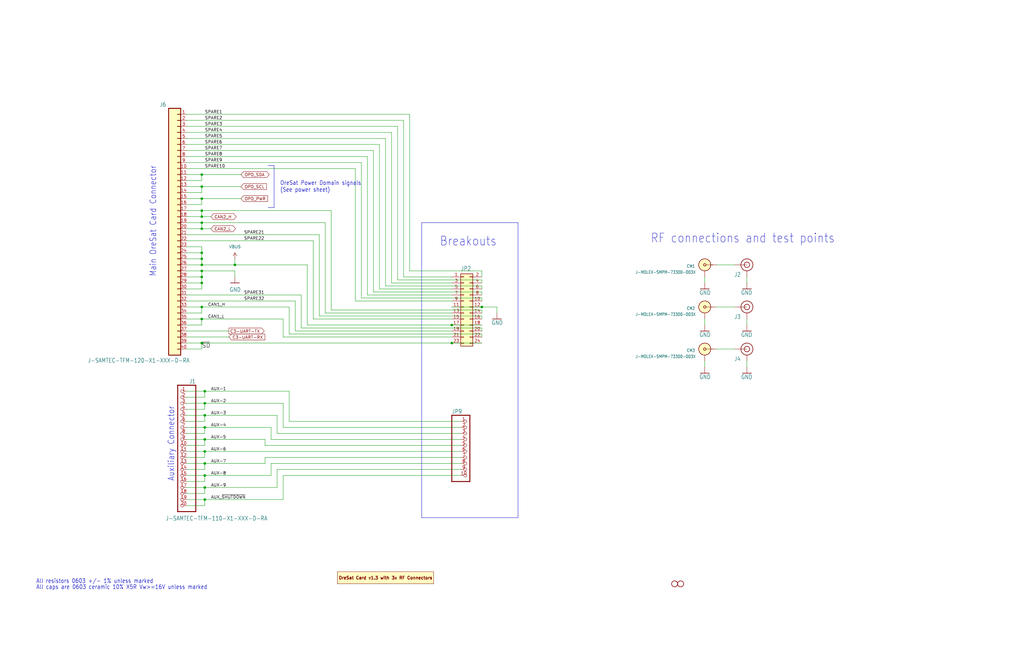
<source format=kicad_sch>
(kicad_sch (version 20230121) (generator eeschema)
  (paper "USLedger")
  (title_block (title "OreSat M0 Proto Card: Connectors") (date "2024-03-21") (rev "5.0"))
  (lib_symbols
    (symbol "Connector_Generic:Conn_02x12_Odd_Even" (pin_names (offset 1.016) hide)
      (property "Reference" "J" (at 1.27 15.24 0))
      (property "Value" "Conn_02x12_Odd_Even" (at 1.27 -17.78 0))
      (symbol "Conn_02x12_Odd_Even_1_1"
        (rectangle (start -1.27 -15.113) (end 0 -15.367) (stroke (width 0.1524)))
        (rectangle (start -1.27 -12.573) (end 0 -12.827) (stroke (width 0.1524)))
        (rectangle (start -1.27 -10.033) (end 0 -10.287) (stroke (width 0.1524)))
        (rectangle (start -1.27 -7.493) (end 0 -7.747) (stroke (width 0.1524)))
        (rectangle (start -1.27 -4.953) (end 0 -5.207) (stroke (width 0.1524)))
        (rectangle (start -1.27 -2.413) (end 0 -2.667) (stroke (width 0.1524)))
        (rectangle (start -1.27 0.127) (end 0 -0.127) (stroke (width 0.1524)))
        (rectangle (start -1.27 2.667) (end 0 2.413) (stroke (width 0.1524)))
        (rectangle (start -1.27 5.207) (end 0 4.953) (stroke (width 0.1524)))
        (rectangle (start -1.27 7.747) (end 0 7.493) (stroke (width 0.1524)))
        (rectangle (start -1.27 10.287) (end 0 10.033) (stroke (width 0.1524)))
        (rectangle (start -1.27 12.827) (end 0 12.573) (stroke (width 0.1524)))
        (rectangle (start -1.27 13.97) (end 3.81 -16.51) (stroke (width 0.254)) (fill (type background)))
        (rectangle (start 3.81 -15.113) (end 2.54 -15.367) (stroke (width 0.1524)))
        (rectangle (start 3.81 -12.573) (end 2.54 -12.827) (stroke (width 0.1524)))
        (rectangle (start 3.81 -10.033) (end 2.54 -10.287) (stroke (width 0.1524)))
        (rectangle (start 3.81 -7.493) (end 2.54 -7.747) (stroke (width 0.1524)))
        (rectangle (start 3.81 -4.953) (end 2.54 -5.207) (stroke (width 0.1524)))
        (rectangle (start 3.81 -2.413) (end 2.54 -2.667) (stroke (width 0.1524)))
        (rectangle (start 3.81 0.127) (end 2.54 -0.127) (stroke (width 0.1524)))
        (rectangle (start 3.81 2.667) (end 2.54 2.413) (stroke (width 0.1524)))
        (rectangle (start 3.81 5.207) (end 2.54 4.953) (stroke (width 0.1524)))
        (rectangle (start 3.81 7.747) (end 2.54 7.493) (stroke (width 0.1524)))
        (rectangle (start 3.81 10.287) (end 2.54 10.033) (stroke (width 0.1524)))
        (rectangle (start 3.81 12.827) (end 2.54 12.573) (stroke (width 0.1524)))
        (pin passive line (at -5.08 12.7 0) (length 3.81) (name "Pin_1") (number "1"))
        (pin passive line (at 7.62 2.54 180) (length 3.81) (name "Pin_10") (number "10"))
        (pin passive line (at -5.08 0 0) (length 3.81) (name "Pin_11") (number "11"))
        (pin passive line (at 7.62 0 180) (length 3.81) (name "Pin_12") (number "12"))
        (pin passive line (at -5.08 -2.54 0) (length 3.81) (name "Pin_13") (number "13"))
        (pin passive line (at 7.62 -2.54 180) (length 3.81) (name "Pin_14") (number "14"))
        (pin passive line (at -5.08 -5.08 0) (length 3.81) (name "Pin_15") (number "15"))
        (pin passive line (at 7.62 -5.08 180) (length 3.81) (name "Pin_16") (number "16"))
        (pin passive line (at -5.08 -7.62 0) (length 3.81) (name "Pin_17") (number "17"))
        (pin passive line (at 7.62 -7.62 180) (length 3.81) (name "Pin_18") (number "18"))
        (pin passive line (at -5.08 -10.16 0) (length 3.81) (name "Pin_19") (number "19"))
        (pin passive line (at 7.62 12.7 180) (length 3.81) (name "Pin_2") (number "2"))
        (pin passive line (at 7.62 -10.16 180) (length 3.81) (name "Pin_20") (number "20"))
        (pin passive line (at -5.08 -12.7 0) (length 3.81) (name "Pin_21") (number "21"))
        (pin passive line (at 7.62 -12.7 180) (length 3.81) (name "Pin_22") (number "22"))
        (pin passive line (at -5.08 -15.24 0) (length 3.81) (name "Pin_23") (number "23"))
        (pin passive line (at 7.62 -15.24 180) (length 3.81) (name "Pin_24") (number "24"))
        (pin passive line (at -5.08 10.16 0) (length 3.81) (name "Pin_3") (number "3"))
        (pin passive line (at 7.62 10.16 180) (length 3.81) (name "Pin_4") (number "4"))
        (pin passive line (at -5.08 7.62 0) (length 3.81) (name "Pin_5") (number "5"))
        (pin passive line (at 7.62 7.62 180) (length 3.81) (name "Pin_6") (number "6"))
        (pin passive line (at -5.08 5.08 0) (length 3.81) (name "Pin_7") (number "7"))
        (pin passive line (at 7.62 5.08 180) (length 3.81) (name "Pin_8") (number "8"))
        (pin passive line (at -5.08 2.54 0) (length 3.81) (name "Pin_9") (number "9"))
      )
    )
    (symbol "oresat-connectors:J-MOLEX-SMPM-73300-002X"
      (property "Reference" "J" (at 5.08 -3.81 0))
      (property "Value" "733000020" (at 5.08 -6.35 0))
      (symbol "J-MOLEX-SMPM-73300-002X_1_0"
        (polyline (pts (xy 0.508 0) (xy 3.556 0)) (stroke (width 0.1524)))
        (circle (center 0 0) (radius 0.508) (stroke (width 0.254)))
        (circle (center 0 0) (radius 2.54) (stroke (width 0.254)) (fill (type background)))
        (pin passive line (at 0 -5.08 90) (length 2.54) (name "SHLD") (number "SHLD"))
        (pin passive line (at 5.08 0 180) (length 2.54) (name "SIG") (number "SIG"))
      )
    )
    (symbol "oresat-connectors:J-SAMTEC-TFM-120-01-L-D-RA" (pin_names hide)
      (property "Reference" "J" (at 0 54.61 0))
      (property "Value" "J-SAMTEC-TFM-120-01-L-D-RA" (at 0 52.07 0))
      (symbol "J-SAMTEC-TFM-120-01-L-D-RA_0_1"
        (rectangle (start 2.413 -50.673) (end 1.143 -50.927) (stroke (width 0.1524)))
        (rectangle (start 2.413 -48.133) (end 1.143 -48.387) (stroke (width 0.1524)))
        (rectangle (start 2.413 -45.593) (end 1.143 -45.847) (stroke (width 0.1524)))
        (rectangle (start 2.413 -43.053) (end 1.143 -43.307) (stroke (width 0.1524)))
        (rectangle (start 2.413 -40.513) (end 1.143 -40.767) (stroke (width 0.1524)))
        (rectangle (start 2.413 -37.973) (end 1.143 -38.227) (stroke (width 0.1524)))
        (rectangle (start 2.413 -35.433) (end 1.143 -35.687) (stroke (width 0.1524)))
        (rectangle (start 2.413 -32.893) (end 1.143 -33.147) (stroke (width 0.1524)))
        (rectangle (start 2.413 -30.353) (end 1.143 -30.607) (stroke (width 0.1524)))
        (rectangle (start 2.413 -27.813) (end 1.143 -28.067) (stroke (width 0.1524)))
        (rectangle (start 2.413 -25.273) (end 1.143 -25.527) (stroke (width 0.1524)))
        (rectangle (start 2.413 -22.733) (end 1.143 -22.987) (stroke (width 0.1524)))
        (rectangle (start 2.413 -20.193) (end 1.143 -20.447) (stroke (width 0.1524)))
        (rectangle (start 2.413 -17.653) (end 1.143 -17.907) (stroke (width 0.1524)))
        (rectangle (start 2.413 -15.113) (end 1.143 -15.367) (stroke (width 0.1524)))
        (rectangle (start 2.413 -12.573) (end 1.143 -12.827) (stroke (width 0.1524)))
        (rectangle (start 2.413 -10.033) (end 1.143 -10.287) (stroke (width 0.1524)))
        (rectangle (start 2.413 -7.493) (end 1.143 -7.747) (stroke (width 0.1524)))
        (rectangle (start 2.413 -4.953) (end 1.143 -5.207) (stroke (width 0.1524)))
        (rectangle (start 2.413 -2.413) (end 1.143 -2.667) (stroke (width 0.1524)))
        (rectangle (start 2.413 0.127) (end 1.143 -0.127) (stroke (width 0.1524)))
        (rectangle (start 2.413 2.667) (end 1.143 2.413) (stroke (width 0.1524)))
        (rectangle (start 2.413 5.207) (end 1.143 4.953) (stroke (width 0.1524)))
        (rectangle (start 2.413 7.747) (end 1.143 7.493) (stroke (width 0.1524)))
        (rectangle (start 2.413 10.287) (end 1.143 10.033) (stroke (width 0.1524)))
        (rectangle (start 2.413 12.827) (end 1.143 12.573) (stroke (width 0.1524)))
        (rectangle (start 2.413 15.367) (end 1.143 15.113) (stroke (width 0.1524)))
        (rectangle (start 2.413 17.907) (end 1.143 17.653) (stroke (width 0.1524)))
        (rectangle (start 2.413 20.447) (end 1.143 20.193) (stroke (width 0.1524)))
        (rectangle (start 2.413 22.987) (end 1.143 22.733) (stroke (width 0.1524)))
        (rectangle (start 2.413 25.527) (end 1.143 25.273) (stroke (width 0.1524)))
        (rectangle (start 2.413 28.067) (end 1.143 27.813) (stroke (width 0.1524)))
        (rectangle (start 2.413 30.607) (end 1.143 30.353) (stroke (width 0.1524)))
        (rectangle (start 2.413 33.147) (end 1.143 32.893) (stroke (width 0.1524)))
        (rectangle (start 2.413 35.687) (end 1.143 35.433) (stroke (width 0.1524)))
        (rectangle (start 2.413 38.227) (end 1.143 37.973) (stroke (width 0.1524)))
        (rectangle (start 2.413 40.767) (end 1.143 40.513) (stroke (width 0.1524)))
        (rectangle (start 2.413 43.307) (end 1.143 43.053) (stroke (width 0.1524)))
        (rectangle (start 2.413 45.847) (end 1.143 45.593) (stroke (width 0.1524)))
        (rectangle (start 2.413 48.387) (end 1.143 48.133) (stroke (width 0.1524)))
      )
      (symbol "J-SAMTEC-TFM-120-01-L-D-RA_1_1"
        (rectangle (start -2.54 50.8) (end 2.54 -53.34) (stroke (width 0.4)) (fill (type background)))
        (pin passive line (at 5.08 48.26 180) (length 2.54) (name "") (number "1"))
        (pin passive line (at 5.08 25.4 180) (length 2.54) (name "") (number "10"))
        (pin passive line (at 5.08 22.86 180) (length 2.54) (name "") (number "11"))
        (pin passive line (at 5.08 20.32 180) (length 2.54) (name "") (number "12"))
        (pin passive line (at 5.08 17.78 180) (length 2.54) (name "") (number "13"))
        (pin passive line (at 5.08 15.24 180) (length 2.54) (name "") (number "14"))
        (pin passive line (at 5.08 12.7 180) (length 2.54) (name "") (number "15"))
        (pin passive line (at 5.08 10.16 180) (length 2.54) (name "") (number "16"))
        (pin passive line (at 5.08 7.62 180) (length 2.54) (name "") (number "17"))
        (pin passive line (at 5.08 5.08 180) (length 2.54) (name "") (number "18"))
        (pin passive line (at 5.08 2.54 180) (length 2.54) (name "") (number "19"))
        (pin passive line (at 5.08 45.72 180) (length 2.54) (name "") (number "2"))
        (pin passive line (at 5.08 0 180) (length 2.54) (name "") (number "20"))
        (pin passive line (at 5.08 -2.54 180) (length 2.54) (name "") (number "21"))
        (pin passive line (at 5.08 -5.08 180) (length 2.54) (name "") (number "22"))
        (pin passive line (at 5.08 -7.62 180) (length 2.54) (name "") (number "23"))
        (pin passive line (at 5.08 -10.16 180) (length 2.54) (name "") (number "24"))
        (pin passive line (at 5.08 -12.7 180) (length 2.54) (name "") (number "25"))
        (pin passive line (at 5.08 -15.24 180) (length 2.54) (name "") (number "26"))
        (pin passive line (at 5.08 -17.78 180) (length 2.54) (name "") (number "27"))
        (pin passive line (at 5.08 -20.32 180) (length 2.54) (name "") (number "28"))
        (pin passive line (at 5.08 -22.86 180) (length 2.54) (name "") (number "29"))
        (pin passive line (at 5.08 43.18 180) (length 2.54) (name "") (number "3"))
        (pin passive line (at 5.08 -25.4 180) (length 2.54) (name "") (number "30"))
        (pin passive line (at 5.08 -27.94 180) (length 2.54) (name "") (number "31"))
        (pin passive line (at 5.08 -30.48 180) (length 2.54) (name "") (number "32"))
        (pin passive line (at 5.08 -33.02 180) (length 2.54) (name "") (number "33"))
        (pin passive line (at 5.08 -35.56 180) (length 2.54) (name "") (number "34"))
        (pin passive line (at 5.08 -38.1 180) (length 2.54) (name "") (number "35"))
        (pin passive line (at 5.08 -40.64 180) (length 2.54) (name "") (number "36"))
        (pin passive line (at 5.08 -43.18 180) (length 2.54) (name "") (number "37"))
        (pin passive line (at 5.08 -45.72 180) (length 2.54) (name "") (number "38"))
        (pin passive line (at 5.08 -48.26 180) (length 2.54) (name "") (number "39"))
        (pin passive line (at 5.08 40.64 180) (length 2.54) (name "") (number "4"))
        (pin passive line (at 5.08 -50.8 180) (length 2.54) (name "") (number "40"))
        (pin passive line (at 5.08 38.1 180) (length 2.54) (name "") (number "5"))
        (pin passive line (at 5.08 35.56 180) (length 2.54) (name "") (number "6"))
        (pin passive line (at 5.08 33.02 180) (length 2.54) (name "") (number "7"))
        (pin passive line (at 5.08 30.48 180) (length 2.54) (name "") (number "8"))
        (pin passive line (at 5.08 27.94 180) (length 2.54) (name "") (number "9"))
      )
    )
    (symbol "oresat-connectors:U.FL2PIN"
      (property "Reference" "J2" (at -2.54 -5.08 0))
      (property "Value" "U.FL" (at -2.54 -7.62 0))
      (symbol "U.FL2PIN_1_0"
        (circle (center 0 0) (radius 1.1359) (stroke (width 0.254)))
        (circle (center 0 0) (radius 2.54) (stroke (width 0.254)))
        (pin bidirectional line (at 5.08 0 180) (length 5.08) (name "SIGNAL") (number "FEED"))
        (pin bidirectional line (at 0 -5.08 90) (length 2.54) (name "GND") (number "GND"))
      )
    )
    (symbol "oresat-pcbs:ORESAT-CARD-V1.3-3RF"
      (symbol "ORESAT-CARD-V1.3-3RF_1_0"
        (rectangle (start -20.32 2.54) (end 20.32 -2.54) (fill (type background)))
        (text "OreSat Card v1.3 with 3x RF Connectors" (at 0 0 0) (effects (font (size 1.27 1.27) bold)))
      )
    )
    (symbol "oresat-power:VBUS" (power) (pin_names (offset 0))
      (property "Value" "VBUS" (at 0 3.556 0))
      (symbol "VBUS_0_1"
        (polyline (pts (xy -0.762 1.27) (xy 0 2.54)))
        (polyline (pts (xy 0 0) (xy 0 2.54)))
        (polyline (pts (xy 0 2.54) (xy 0.762 1.27)))
      )
      (symbol "VBUS_1_1"
        (pin power_in line (at 0 0 90) (length 0) hide (name "VBUS") (number "1"))
      )
    )
    (symbol "oresat-proto-card-eagle-import:GND" (power)
      (property "Value" "GND" (at -2.54 -2.54 0))
      (symbol "GND_1_0"
        (polyline (pts (xy -1.905 0) (xy 1.905 0)) (stroke (width 0.254)))
        (pin power_in line (at 0 2.54 270) (length 2.54) (name "GND") (number "1"))
      )
    )
    (symbol "oresat-proto-card-eagle-import:J-SAMTEC-TFM-110-X1-XXX-D-RA"
      (property "Reference" "J" (at -6.35 26.035 0))
      (symbol "J-SAMTEC-TFM-110-X1-XXX-D-RA_1_0"
        (polyline (pts (xy -6.35 -27.94) (xy 1.27 -27.94)) (stroke (width 0.4064)))
        (polyline (pts (xy -6.35 25.4) (xy -6.35 -27.94)) (stroke (width 0.4064)))
        (polyline (pts (xy 1.27 -27.94) (xy 1.27 25.4)) (stroke (width 0.4064)))
        (polyline (pts (xy 1.27 25.4) (xy -6.35 25.4)) (stroke (width 0.4064)))
        (pin passive inverted (at -2.54 22.86 0) (length 2.54) (name "1") (number "1"))
        (pin passive inverted (at -2.54 0 0) (length 2.54) (name "10") (number "10"))
        (pin passive inverted (at -2.54 -2.54 0) (length 2.54) (name "11") (number "11"))
        (pin passive inverted (at -2.54 -5.08 0) (length 2.54) (name "12") (number "12"))
        (pin passive inverted (at -2.54 -7.62 0) (length 2.54) (name "13") (number "13"))
        (pin passive inverted (at -2.54 -10.16 0) (length 2.54) (name "14") (number "14"))
        (pin passive inverted (at -2.54 -12.7 0) (length 2.54) (name "15") (number "15"))
        (pin passive inverted (at -2.54 -15.24 0) (length 2.54) (name "16") (number "16"))
        (pin passive inverted (at -2.54 -17.78 0) (length 2.54) (name "17") (number "17"))
        (pin passive inverted (at -2.54 -20.32 0) (length 2.54) (name "18") (number "18"))
        (pin passive inverted (at -2.54 -22.86 0) (length 2.54) (name "19") (number "19"))
        (pin passive inverted (at -2.54 20.32 0) (length 2.54) (name "2") (number "2"))
        (pin passive inverted (at -2.54 -25.4 0) (length 2.54) (name "20") (number "20"))
        (pin passive inverted (at -2.54 17.78 0) (length 2.54) (name "3") (number "3"))
        (pin passive inverted (at -2.54 15.24 0) (length 2.54) (name "4") (number "4"))
        (pin passive inverted (at -2.54 12.7 0) (length 2.54) (name "5") (number "5"))
        (pin passive inverted (at -2.54 10.16 0) (length 2.54) (name "6") (number "6"))
        (pin passive inverted (at -2.54 7.62 0) (length 2.54) (name "7") (number "7"))
        (pin passive inverted (at -2.54 5.08 0) (length 2.54) (name "8") (number "8"))
        (pin passive inverted (at -2.54 2.54 0) (length 2.54) (name "9") (number "9"))
      )
    )
    (symbol "oresat-proto-card-eagle-import:PINHD-1X10"
      (property "Reference" "JP" (at -6.35 13.335 0))
      (symbol "PINHD-1X10_1_0"
        (polyline (pts (xy -6.35 -15.24) (xy 1.27 -15.24)) (stroke (width 0.4064)))
        (polyline (pts (xy -6.35 12.7) (xy -6.35 -15.24)) (stroke (width 0.4064)))
        (polyline (pts (xy 1.27 -15.24) (xy 1.27 12.7)) (stroke (width 0.4064)))
        (polyline (pts (xy 1.27 12.7) (xy -6.35 12.7)) (stroke (width 0.4064)))
        (pin passive inverted (at -2.54 10.16 0) (length 2.54) (name "1") (number "1"))
        (pin passive inverted (at -2.54 -12.7 0) (length 2.54) (name "10") (number "10"))
        (pin passive inverted (at -2.54 7.62 0) (length 2.54) (name "2") (number "2"))
        (pin passive inverted (at -2.54 5.08 0) (length 2.54) (name "3") (number "3"))
        (pin passive inverted (at -2.54 2.54 0) (length 2.54) (name "4") (number "4"))
        (pin passive inverted (at -2.54 0 0) (length 2.54) (name "5") (number "5"))
        (pin passive inverted (at -2.54 -2.54 0) (length 2.54) (name "6") (number "6"))
        (pin passive inverted (at -2.54 -5.08 0) (length 2.54) (name "7") (number "7"))
        (pin passive inverted (at -2.54 -7.62 0) (length 2.54) (name "8") (number "8"))
        (pin passive inverted (at -2.54 -10.16 0) (length 2.54) (name "9") (number "9"))
      )
    )
    (symbol "oresat-proto-card-eagle-import:STAND-OFFTIGHT"
      (symbol "STAND-OFFTIGHT_1_0"
        (circle (center 0 0) (radius 1.27) (stroke (width 0.254)))
      )
    )
  )
  (junction (at 190.5 137.16))
  (junction (at 85.09 73.66))
  (junction (at 190.5 144.78))
  (junction (at 86.36 185.42))
  (junction (at 85.09 111.76))
  (junction (at 86.36 205.74))
  (junction (at 85.09 96.52))
  (junction (at 99.06 111.76))
  (junction (at 86.36 165.1))
  (junction (at 85.09 109.22))
  (junction (at 85.09 129.54))
  (junction (at 85.09 106.68))
  (junction (at 85.09 144.78))
  (junction (at 85.09 93.98))
  (junction (at 85.09 83.82))
  (junction (at 85.09 134.62))
  (junction (at 85.09 91.44))
  (junction (at 86.36 210.82))
  (junction (at 85.09 88.9))
  (junction (at 203.2 129.54))
  (junction (at 85.09 78.74))
  (junction (at 86.36 175.26))
  (junction (at 86.36 180.34))
  (junction (at 85.09 114.3))
  (junction (at 86.36 190.5))
  (junction (at 86.36 170.18))
  (junction (at 85.09 116.84))
  (junction (at 86.36 195.58))
  (junction (at 85.09 119.38))
  (junction (at 86.36 200.66))
  (wire (pts (xy 139.7 130.81) (xy 203.2 130.81)) (stroke (width 0.1524)))
  (wire (pts (xy 85.09 104.14) (xy 78.74 104.14)) (stroke (width 0.1524)))
  (wire (pts (xy 85.09 144.78) (xy 78.74 144.78)) (stroke (width 0.1524)))
  (wire (pts (xy 78.74 129.54) (xy 85.09 129.54)) (stroke (width 0.1524)))
  (wire (pts (xy 119.38 200.66) (xy 194.31 200.66)) (stroke (width 0.1524)))
  (wire (pts (xy 114.3 180.34) (xy 114.3 185.42)) (stroke (width 0.1524)))
  (wire (pts (xy 85.09 111.76) (xy 85.09 109.22)) (stroke (width 0.1524)))
  (wire (pts (xy 152.4 68.58) (xy 152.4 125.73)))
  (wire (pts (xy 157.48 63.5) (xy 157.48 123.19)))
  (wire (pts (xy 116.84 205.74) (xy 116.84 198.12)) (stroke (width 0.1524)))
  (wire (pts (xy 85.09 88.9) (xy 139.7 88.9)) (stroke (width 0.1524)))
  (wire (pts (xy 111.76 187.96) (xy 194.31 187.96)) (stroke (width 0.1524)))
  (wire (pts (xy 78.74 111.76) (xy 85.09 111.76)) (stroke (width 0.1524)))
  (wire (pts (xy 121.92 129.54) (xy 121.92 140.97)) (stroke (width 0.1524)))
  (wire (pts (xy 86.36 208.28) (xy 86.36 205.74)) (stroke (width 0.1524)))
  (wire (pts (xy 314.96 134.62) (xy 314.96 137.16)) (stroke (width 0.1524)))
  (wire (pts (xy 85.09 121.92) (xy 85.09 119.38)) (stroke (width 0.1524)))
  (wire (pts (xy 78.74 190.5) (xy 86.36 190.5)) (stroke (width 0.1524)))
  (wire (pts (xy 86.36 205.74) (xy 116.84 205.74)) (stroke (width 0.1524)))
  (wire (pts (xy 86.36 177.8) (xy 86.36 175.26)) (stroke (width 0.1524)))
  (wire (pts (xy 85.09 73.66) (xy 78.74 73.66)) (stroke (width 0.1524)))
  (wire (pts (xy 297.18 154.94) (xy 297.18 152.4)) (stroke (width 0.1524)))
  (wire (pts (xy 152.4 125.73) (xy 203.2 125.73)))
  (wire (pts (xy 297.18 119.38) (xy 297.18 116.84)) (stroke (width 0.1524)))
  (wire (pts (xy 114.3 195.58) (xy 194.31 195.58)) (stroke (width 0.1524)))
  (wire (pts (xy 78.74 58.42) (xy 162.56 58.42)))
  (wire (pts (xy 190.5 144.78) (xy 203.2 144.78)) (stroke (width 0.1524)))
  (wire (pts (xy 78.74 124.46) (xy 127 124.46)) (stroke (width 0.1524)))
  (wire (pts (xy 85.09 132.08) (xy 85.09 129.54)) (stroke (width 0.1524)))
  (wire (pts (xy 111.76 195.58) (xy 111.76 193.04)) (stroke (width 0.1524)))
  (wire (pts (xy 203.2 114.3) (xy 203.2 116.84)))
  (wire (pts (xy 85.09 93.98) (xy 78.74 93.98)) (stroke (width 0.1524)))
  (wire (pts (xy 85.09 109.22) (xy 85.09 106.68)) (stroke (width 0.1524)))
  (wire (pts (xy 78.74 210.82) (xy 86.36 210.82)) (stroke (width 0.1524)))
  (wire (pts (xy 78.74 71.12) (xy 149.86 71.12)) (stroke (width 0.1524)))
  (wire (pts (xy 119.38 142.24) (xy 190.5 142.24)) (stroke (width 0.1524)))
  (wire (pts (xy 160.02 60.96) (xy 160.02 121.92)) (stroke (width 0.1524)))
  (wire (pts (xy 85.09 96.52) (xy 85.09 93.98)) (stroke (width 0.1524)))
  (wire (pts (xy 78.74 55.88) (xy 165.1 55.88)) (stroke (width 0.1524)))
  (wire (pts (xy 78.74 187.96) (xy 86.36 187.96)) (stroke (width 0.1524)))
  (wire (pts (xy 78.74 68.58) (xy 152.4 68.58)))
  (wire (pts (xy 99.06 114.3) (xy 99.06 116.84)))
  (wire (pts (xy 85.09 93.98) (xy 137.16 93.98)) (stroke (width 0.1524)))
  (wire (pts (xy 78.74 60.96) (xy 160.02 60.96)) (stroke (width 0.1524)))
  (wire (pts (xy 85.09 76.2) (xy 85.09 73.66)) (stroke (width 0.1524)))
  (polyline (pts (xy 113.03 69.85) (xy 115.57 69.85)) (stroke (width 0.1524) (type solid)))
  (wire (pts (xy 85.09 129.54) (xy 121.92 129.54)) (stroke (width 0.1524)))
  (wire (pts (xy 86.36 203.2) (xy 86.36 200.66)) (stroke (width 0.1524)))
  (wire (pts (xy 149.86 127) (xy 190.5 127)) (stroke (width 0.1524)))
  (wire (pts (xy 132.08 134.62) (xy 190.5 134.62)) (stroke (width 0.1524)))
  (wire (pts (xy 165.1 55.88) (xy 165.1 119.38)) (stroke (width 0.1524)))
  (wire (pts (xy 78.74 48.26) (xy 172.72 48.26)))
  (wire (pts (xy 203.2 123.19) (xy 203.2 124.46)))
  (wire (pts (xy 78.74 81.28) (xy 85.09 81.28)) (stroke (width 0.1524)))
  (wire (pts (xy 86.36 193.04) (xy 86.36 190.5)) (stroke (width 0.1524)))
  (wire (pts (xy 85.09 88.9) (xy 78.74 88.9)) (stroke (width 0.1524)))
  (wire (pts (xy 85.09 83.82) (xy 85.09 86.36)) (stroke (width 0.1524)))
  (polyline (pts (xy 115.57 69.85) (xy 115.57 87.63)) (stroke (width 0.1524) (type solid)))
  (wire (pts (xy 78.74 116.84) (xy 85.09 116.84)) (stroke (width 0.1524)))
  (wire (pts (xy 78.74 99.06) (xy 134.62 99.06)) (stroke (width 0.1524)))
  (wire (pts (xy 203.2 133.35) (xy 203.2 134.62)) (stroke (width 0.1524)))
  (wire (pts (xy 78.74 185.42) (xy 86.36 185.42)) (stroke (width 0.1524)))
  (wire (pts (xy 309.88 111.76) (xy 302.26 111.76)) (stroke (width 0.1524)))
  (wire (pts (xy 116.84 182.88) (xy 194.31 182.88)) (stroke (width 0.1524)))
  (wire (pts (xy 78.74 142.24) (xy 96.52 142.24)) (stroke (width 0.1524)))
  (wire (pts (xy 78.74 63.5) (xy 157.48 63.5)))
  (wire (pts (xy 124.46 127) (xy 124.46 139.7)) (stroke (width 0.1524)))
  (wire (pts (xy 297.18 137.16) (xy 297.18 134.62)) (stroke (width 0.1524)))
  (wire (pts (xy 111.76 185.42) (xy 111.76 187.96)) (stroke (width 0.1524)))
  (wire (pts (xy 86.36 210.82) (xy 119.38 210.82)) (stroke (width 0.1524)))
  (wire (pts (xy 85.09 96.52) (xy 78.74 96.52)) (stroke (width 0.1524)))
  (wire (pts (xy 78.74 170.18) (xy 86.36 170.18)) (stroke (width 0.1524)))
  (wire (pts (xy 78.74 127) (xy 124.46 127)) (stroke (width 0.1524)))
  (wire (pts (xy 78.74 177.8) (xy 86.36 177.8)) (stroke (width 0.1524)))
  (wire (pts (xy 78.74 203.2) (xy 86.36 203.2)) (stroke (width 0.1524)))
  (wire (pts (xy 302.26 129.54) (xy 309.88 129.54)) (stroke (width 0.1524)))
  (wire (pts (xy 78.74 119.38) (xy 85.09 119.38)) (stroke (width 0.1524)))
  (wire (pts (xy 78.74 195.58) (xy 86.36 195.58)) (stroke (width 0.1524)))
  (wire (pts (xy 78.74 137.16) (xy 85.09 137.16)) (stroke (width 0.1524)))
  (wire (pts (xy 121.92 140.97) (xy 203.2 140.97)) (stroke (width 0.1524)))
  (wire (pts (xy 114.3 200.66) (xy 114.3 195.58)) (stroke (width 0.1524)))
  (wire (pts (xy 314.96 154.94) (xy 314.96 152.4)) (stroke (width 0.1524)))
  (wire (pts (xy 85.09 106.68) (xy 85.09 104.14)) (stroke (width 0.1524)))
  (wire (pts (xy 119.38 210.82) (xy 119.38 200.66)) (stroke (width 0.1524)))
  (wire (pts (xy 85.09 144.78) (xy 190.5 144.78)) (stroke (width 0.1524)))
  (wire (pts (xy 78.74 200.66) (xy 86.36 200.66)) (stroke (width 0.1524)))
  (wire (pts (xy 78.74 147.32) (xy 85.09 147.32)) (stroke (width 0.1524)))
  (wire (pts (xy 154.94 124.46) (xy 190.5 124.46)) (stroke (width 0.1524)))
  (wire (pts (xy 129.54 137.16) (xy 190.5 137.16)) (stroke (width 0.1524)))
  (wire (pts (xy 134.62 99.06) (xy 134.62 133.35)) (stroke (width 0.1524)))
  (wire (pts (xy 86.36 180.34) (xy 114.3 180.34)) (stroke (width 0.1524)))
  (wire (pts (xy 101.6 78.74) (xy 85.09 78.74)) (stroke (width 0.1524)))
  (wire (pts (xy 78.74 101.6) (xy 132.08 101.6)) (stroke (width 0.1524)))
  (wire (pts (xy 78.74 175.26) (xy 86.36 175.26)) (stroke (width 0.1524)))
  (wire (pts (xy 85.09 111.76) (xy 99.06 111.76)) (stroke (width 0.1524)))
  (wire (pts (xy 85.09 137.16) (xy 85.09 134.62)) (stroke (width 0.1524)))
  (wire (pts (xy 86.36 195.58) (xy 111.76 195.58)) (stroke (width 0.1524)))
  (wire (pts (xy 85.09 91.44) (xy 78.74 91.44)) (stroke (width 0.1524)))
  (wire (pts (xy 119.38 170.18) (xy 119.38 180.34)) (stroke (width 0.1524)))
  (wire (pts (xy 86.36 172.72) (xy 86.36 170.18)) (stroke (width 0.1524)))
  (wire (pts (xy 172.72 48.26) (xy 172.72 114.3)))
  (wire (pts (xy 167.64 118.11) (xy 203.2 118.11)))
  (wire (pts (xy 165.1 119.38) (xy 190.5 119.38)) (stroke (width 0.1524)))
  (wire (pts (xy 167.64 53.34) (xy 167.64 118.11)))
  (wire (pts (xy 78.74 109.22) (xy 85.09 109.22)) (stroke (width 0.1524)))
  (wire (pts (xy 121.92 177.8) (xy 194.31 177.8)) (stroke (width 0.1524)))
  (wire (pts (xy 78.74 172.72) (xy 86.36 172.72)) (stroke (width 0.1524)))
  (wire (pts (xy 114.3 185.42) (xy 194.31 185.42)) (stroke (width 0.1524)))
  (wire (pts (xy 86.36 187.96) (xy 86.36 185.42)) (stroke (width 0.1524)))
  (wire (pts (xy 101.6 83.82) (xy 85.09 83.82)) (stroke (width 0.1524)))
  (wire (pts (xy 85.09 86.36) (xy 78.74 86.36)) (stroke (width 0.1524)))
  (wire (pts (xy 85.09 73.66) (xy 101.6 73.66)) (stroke (width 0.1524)))
  (wire (pts (xy 78.74 205.74) (xy 86.36 205.74)) (stroke (width 0.1524)))
  (wire (pts (xy 86.36 182.88) (xy 86.36 180.34)) (stroke (width 0.1524)))
  (wire (pts (xy 170.18 50.8) (xy 170.18 116.84)) (stroke (width 0.1524)))
  (wire (pts (xy 127 124.46) (xy 127 138.43)) (stroke (width 0.1524)))
  (wire (pts (xy 78.74 114.3) (xy 85.09 114.3)) (stroke (width 0.1524)))
  (wire (pts (xy 119.38 142.24) (xy 119.38 134.62)) (stroke (width 0.1524)))
  (wire (pts (xy 111.76 193.04) (xy 194.31 193.04)) (stroke (width 0.1524)))
  (wire (pts (xy 78.74 121.92) (xy 85.09 121.92)) (stroke (width 0.1524)))
  (wire (pts (xy 160.02 121.92) (xy 190.5 121.92)) (stroke (width 0.1524)))
  (wire (pts (xy 157.48 123.19) (xy 203.2 123.19)))
  (wire (pts (xy 203.2 140.97) (xy 203.2 142.24)) (stroke (width 0.1524)))
  (wire (pts (xy 162.56 58.42) (xy 162.56 120.65)))
  (wire (pts (xy 154.94 66.04) (xy 154.94 124.46)) (stroke (width 0.1524)))
  (wire (pts (xy 302.26 147.32) (xy 309.88 147.32)) (stroke (width 0.1524)))
  (wire (pts (xy 127 138.43) (xy 203.2 138.43)) (stroke (width 0.1524)))
  (wire (pts (xy 78.74 134.62) (xy 85.09 134.62)) (stroke (width 0.1524)))
  (wire (pts (xy 86.36 165.1) (xy 121.92 165.1)) (stroke (width 0.1524)))
  (wire (pts (xy 314.96 119.38) (xy 314.96 116.84)) (stroke (width 0.1524)))
  (wire (pts (xy 99.06 114.3) (xy 85.09 114.3)))
  (wire (pts (xy 116.84 175.26) (xy 116.84 182.88)) (stroke (width 0.1524)))
  (wire (pts (xy 121.92 165.1) (xy 121.92 177.8)) (stroke (width 0.1524)))
  (wire (pts (xy 78.74 180.34) (xy 86.36 180.34)) (stroke (width 0.1524)))
  (wire (pts (xy 78.74 76.2) (xy 85.09 76.2)) (stroke (width 0.1524)))
  (wire (pts (xy 85.09 147.32) (xy 85.09 144.78)) (stroke (width 0.1524)))
  (wire (pts (xy 99.06 109.22) (xy 99.06 111.76)))
  (wire (pts (xy 132.08 101.6) (xy 132.08 134.62)) (stroke (width 0.1524)))
  (wire (pts (xy 172.72 114.3) (xy 203.2 114.3)))
  (wire (pts (xy 78.74 182.88) (xy 86.36 182.88)) (stroke (width 0.1524)))
  (polyline (pts (xy 115.57 87.63) (xy 113.03 87.63)) (stroke (width 0.1524) (type solid)))
  (wire (pts (xy 78.74 193.04) (xy 86.36 193.04)) (stroke (width 0.1524)))
  (wire (pts (xy 78.74 53.34) (xy 167.64 53.34)))
  (wire (pts (xy 86.36 170.18) (xy 119.38 170.18)) (stroke (width 0.1524)))
  (wire (pts (xy 190.5 137.16) (xy 203.2 137.16)) (stroke (width 0.1524)))
  (polyline (pts (xy 177.8 218.44) (xy 177.8 93.98)) (stroke (width 0.1524) (type solid)))
  (wire (pts (xy 78.74 198.12) (xy 86.36 198.12)) (stroke (width 0.1524)))
  (wire (pts (xy 78.74 132.08) (xy 85.09 132.08)) (stroke (width 0.1524)))
  (wire (pts (xy 149.86 71.12) (xy 149.86 127)) (stroke (width 0.1524)))
  (wire (pts (xy 137.16 132.08) (xy 190.5 132.08)) (stroke (width 0.1524)))
  (wire (pts (xy 85.09 106.68) (xy 78.74 106.68)) (stroke (width 0.1524)))
  (wire (pts (xy 78.74 139.7) (xy 96.52 139.7)) (stroke (width 0.1524)))
  (wire (pts (xy 85.09 116.84) (xy 85.09 114.3)) (stroke (width 0.1524)))
  (wire (pts (xy 203.2 118.11) (xy 203.2 119.38)))
  (wire (pts (xy 203.2 125.73) (xy 203.2 127)))
  (wire (pts (xy 78.74 165.1) (xy 86.36 165.1)) (stroke (width 0.1524)))
  (wire (pts (xy 86.36 198.12) (xy 86.36 195.58)) (stroke (width 0.1524)))
  (wire (pts (xy 85.09 91.44) (xy 85.09 88.9)) (stroke (width 0.1524)))
  (wire (pts (xy 78.74 208.28) (xy 86.36 208.28)) (stroke (width 0.1524)))
  (wire (pts (xy 124.46 139.7) (xy 190.5 139.7)) (stroke (width 0.1524)))
  (wire (pts (xy 209.55 129.54) (xy 203.2 129.54)))
  (wire (pts (xy 119.38 180.34) (xy 194.31 180.34)) (stroke (width 0.1524)))
  (wire (pts (xy 86.36 167.64) (xy 86.36 165.1)) (stroke (width 0.1524)))
  (wire (pts (xy 162.56 120.65) (xy 203.2 120.65)))
  (wire (pts (xy 134.62 133.35) (xy 203.2 133.35)) (stroke (width 0.1524)))
  (wire (pts (xy 203.2 130.81) (xy 203.2 132.08)) (stroke (width 0.1524)))
  (wire (pts (xy 203.2 120.65) (xy 203.2 121.92)))
  (wire (pts (xy 85.09 91.44) (xy 88.9 91.44)))
  (wire (pts (xy 99.06 111.76) (xy 129.54 111.76)) (stroke (width 0.1524)))
  (wire (pts (xy 78.74 213.36) (xy 86.36 213.36)) (stroke (width 0.1524)))
  (wire (pts (xy 85.09 78.74) (xy 78.74 78.74)) (stroke (width 0.1524)))
  (wire (pts (xy 190.5 129.54) (xy 203.2 129.54)))
  (wire (pts (xy 170.18 116.84) (xy 190.5 116.84)) (stroke (width 0.1524)))
  (wire (pts (xy 209.55 132.08) (xy 209.55 129.54)))
  (wire (pts (xy 78.74 50.8) (xy 170.18 50.8)) (stroke (width 0.1524)))
  (wire (pts (xy 85.09 116.84) (xy 85.09 119.38)) (stroke (width 0.1524)))
  (wire (pts (xy 86.36 190.5) (xy 194.31 190.5)) (stroke (width 0.1524)))
  (wire (pts (xy 85.09 81.28) (xy 85.09 78.74)) (stroke (width 0.1524)))
  (polyline (pts (xy 218.44 218.44) (xy 177.8 218.44)) (stroke (width 0.1524) (type solid)))
  (wire (pts (xy 86.36 200.66) (xy 114.3 200.66)) (stroke (width 0.1524)))
  (wire (pts (xy 86.36 175.26) (xy 116.84 175.26)) (stroke (width 0.1524)))
  (wire (pts (xy 85.09 83.82) (xy 78.74 83.82)) (stroke (width 0.1524)))
  (wire (pts (xy 85.09 134.62) (xy 119.38 134.62)) (stroke (width 0.1524)))
  (wire (pts (xy 78.74 167.64) (xy 86.36 167.64)) (stroke (width 0.1524)))
  (wire (pts (xy 139.7 88.9) (xy 139.7 130.81)) (stroke (width 0.1524)))
  (polyline (pts (xy 177.8 93.98) (xy 218.44 93.98)) (stroke (width 0.1524) (type solid)))
  (wire (pts (xy 203.2 138.43) (xy 203.2 139.7)) (stroke (width 0.1524)))
  (wire (pts (xy 86.36 185.42) (xy 111.76 185.42)) (stroke (width 0.1524)))
  (wire (pts (xy 86.36 213.36) (xy 86.36 210.82)) (stroke (width 0.1524)))
  (wire (pts (xy 85.09 96.52) (xy 88.9 96.52)))
  (wire (pts (xy 116.84 198.12) (xy 194.31 198.12)) (stroke (width 0.1524)))
  (wire (pts (xy 137.16 93.98) (xy 137.16 132.08)) (stroke (width 0.1524)))
  (polyline (pts (xy 218.44 93.98) (xy 218.44 218.44)) (stroke (width 0.1524) (type solid)))
  (wire (pts (xy 78.74 66.04) (xy 154.94 66.04)) (stroke (width 0.1524)))
  (wire (pts (xy 129.54 111.76) (xy 129.54 137.16)) (stroke (width 0.1524)))
  (text "Auxiliary Connector" (at 73.66 203.2 90) (effects (font (size 2.54 2.159)) (justify left bottom)))
  (text "Main OreSat Card Connector" (at 66.04 116.84 90) (effects (font (size 2.54 2.159)) (justify left bottom)))
  (text "Breakouts" (at 185.42 104.14 0) (effects (font (size 3.81 3.2385)) (justify left bottom)))
  (text "All resistors 0603 +/- 1% unless marked" (at 15.24 246.38 0) (effects (font (size 1.778 1.5113)) (justify left bottom)))
  (text "OreSat Power Domain signals\n(See power sheet)" (at 118.11 81.28 0) (effects (font (size 1.778 1.5113)) (justify left bottom)))
  (text "All caps are 0603 ceramic 10% X5R Vw>=16V unless marked" (at 15.24 248.92 0) (effects (font (size 1.778 1.5113)) (justify left bottom)))
  (text "RF connections and test points" (at 274.32 102.87 0) (effects (font (size 3.81 3.2385)) (justify left bottom)))
  (label "SPARE10" (at 86.36 71.12 0))
  (label "SPARE9" (at 86.36 68.58 0))
  (label "AUX-6" (at 88.9 190.5 0) (effects (font (size 1.2446 1.2446))))
  (label "AUX-3" (at 88.9 175.26 0) (effects (font (size 1.2446 1.2446))))
  (label "AUX-4" (at 88.9 180.34 0) (effects (font (size 1.2446 1.2446))))
  (label "SPARE1" (at 86.36 48.26 0))
  (label "SPARE2" (at 86.36 50.8 0))
  (label "CAN1_L" (at 87.63 134.62 0))
  (label "SPARE22" (at 102.87 101.6 0))
  (label "AUX-1" (at 88.9 165.1 0) (effects (font (size 1.2446 1.2446))))
  (label "AUX-2" (at 88.9 170.18 0) (effects (font (size 1.2446 1.2446))))
  (label "SPARE5" (at 86.36 58.42 0))
  (label "SPARE7" (at 86.36 63.5 0))
  (label "AUX-5" (at 88.9 185.42 0) (effects (font (size 1.2446 1.2446))))
  (label "SPARE3" (at 86.36 53.34 0))
  (label "SPARE6" (at 86.36 60.96 0))
  (label "SPARE21" (at 102.87 99.06 0))
  (label "SPARE8" (at 86.36 66.04 0))
  (label "AUX-8" (at 88.9 200.66 0) (effects (font (size 1.2446 1.2446))))
  (label "~{SD}" (at 85.09 147.32 0) (effects (font (size 1.778 1.778))))
  (label "AUX-7" (at 88.9 195.58 0) (effects (font (size 1.2446 1.2446))))
  (label "SPARE32" (at 102.87 127 0))
  (label "AUX-9" (at 88.9 205.74 0) (effects (font (size 1.2446 1.2446))))
  (label "SPARE31" (at 102.87 124.46 0))
  (label "SPARE4" (at 86.36 55.88 0))
  (label "CAN1_H" (at 87.63 129.54 0))
  (label "AUX_~{SHUTDOWN}" (at 88.9 210.82 0) (effects (font (size 1.2446 1.2446))))
  (global_label "OPD_PWR" (shape input) (at 101.6 83.82 0) (property "Intersheetrefs" "${INTERSHEET_REFS}" (at 113.4147 83.82 0) (effects (justify left))))
  (global_label "C3-UART-RX" (shape input) (at 96.52 142.24 0) (property "Intersheetrefs" "${INTERSHEET_REFS}" (at 111.6936 142.1606 0) (effects (justify left))))
  (global_label "OPD_SDA" (shape bidirectional) (at 101.6 73.66 0) (property "Intersheetrefs" "${INTERSHEET_REFS}" (at 114.1027 73.66 0) (effects (justify left))))
  (global_label "CAN2_L" (shape bidirectional) (at 88.9 96.52 0) (property "Intersheetrefs" "${INTERSHEET_REFS}" (at 99.8908 96.52 0) (effects (justify left))))
  (global_label "C3-UART-TX" (shape output) (at 96.52 139.7 0) (property "Intersheetrefs" "${INTERSHEET_REFS}" (at 111.8839 139.7 0) (effects (justify left))))
  (global_label "CAN2_H" (shape bidirectional) (at 88.9 91.44 0) (property "Intersheetrefs" "${INTERSHEET_REFS}" (at 100.1932 91.44 0) (effects (justify left))))
  (global_label "OPD_SCL" (shape input) (at 101.6 78.74 0) (property "Intersheetrefs" "${INTERSHEET_REFS}" (at 112.9309 78.74 0) (effects (justify left))))
  (symbol (lib_id "oresat-connectors:J-MOLEX-SMPM-73300-002X") (at 297.18 129.54 0) (unit 1)
    (property "Reference" "CM2" (at 289.56 130.81 0) (effects (font (size 1.27 1.0795)) (justify left bottom)))
    (property "Value" "J-MOLEX-SMPM-73300-003X" (at 267.97 133.35 0) (effects (font (size 1.27 1.0795)) (justify left bottom)))
    (property "Footprint" "oresat-connectors:J-MOLEX-SMPM-073300-002X" (effects hide))
    (property "Datasheet" "https://tools.molex.com/pdm_docs/sd/733000020_sd.pdf" (effects hide))
    (property "DIS" "Digi-Key" (effects hide))
    (property "DPN" "WM10772-ND" (effects hide))
    (property "MFR" "Molex" (effects hide))
    (property "MPN" "73300-0020" (effects hide))
  )
  (symbol (lib_id "oresat-proto-card-eagle-import:STAND-OFFTIGHT") (at 287.02 246.38 0) (unit 1)
    (property "Reference" "H3" (effects hide))
    (property "Value" "STAND-OFFTIGHT" (effects hide))
    (property "Footprint" "oresat-proto-card:STAND-OFF-TIGHT" (effects hide))
  )
  (symbol (lib_id "oresat-connectors:U.FL2PIN") (at 314.96 111.76 0) (mirror y) (unit 1)
    (property "Reference" "J2" (at 312.42 116.84 0) (effects (font (size 1.778 1.5113)) (justify left bottom)))
    (property "Value" "U.FL" (effects hide))
    (property "Footprint" "oresat-connectors:J-U.FL" (effects hide))
    (property "DIS" "Digi-Key" (effects hide))
    (property "DPN" "A118077CT-ND" (effects hide))
    (property "MFR" "TE Connectivity" (effects hide))
    (property "MPN" "1909763-1" (effects hide))
  )
  (symbol (lib_id "oresat-connectors:U.FL2PIN") (at 314.96 129.54 0) (mirror y) (unit 1)
    (property "Reference" "J3" (at 312.42 134.62 0) (effects (font (size 1.778 1.5113)) (justify left bottom)))
    (property "Value" "U.FL" (effects hide))
    (property "Footprint" "oresat-connectors:J-U.FL" (effects hide))
    (property "DIS" "Digi-Key" (effects hide))
    (property "DPN" "A118077CT-ND" (effects hide))
    (property "MFR" "TE Connectivity" (effects hide))
    (property "MPN" "1909763-1" (effects hide))
  )
  (symbol (lib_id "oresat-proto-card-eagle-import:GND") (at 314.96 121.92 0) (unit 1)
    (property "Reference" "#GND030" (effects hide))
    (property "Value" "GND" (at 312.42 124.46 0) (effects (font (size 1.778 1.5113)) (justify left bottom)))
  )
  (symbol (lib_id "oresat-proto-card-eagle-import:GND") (at 314.96 139.7 0) (unit 1)
    (property "Reference" "#GND027" (effects hide))
    (property "Value" "GND" (at 312.42 142.24 0) (effects (font (size 1.778 1.5113)) (justify left bottom)))
  )
  (symbol (lib_id "oresat-connectors:J-SAMTEC-TFM-120-01-L-D-RA") (at 73.66 96.52 0) (unit 1)
    (property "Reference" "J6" (at 67.31 45.085 0) (effects (font (size 1.778 1.5113)) (justify left bottom)))
    (property "Value" "J-SAMTEC-TFM-120-X1-XXX-D-RA" (at 80.01 151.13 0) (effects (font (size 1.778 1.5113)) (justify right top)))
    (property "Footprint" "oresat-connectors:J-SAMTEC-TFM-120-X1-XXX-D-RA" (effects hide))
    (property "DIS" "Digi-Key" (effects hide))
    (property "DPN" "SAM10145-ND " (effects hide))
    (property "MFR" "Samtec" (effects hide))
    (property "MPN" "TFM-120-01-L-D-RA" (effects hide))
  )
  (symbol (lib_id "oresat-proto-card-eagle-import:STAND-OFFTIGHT") (at 284.48 246.38 0) (unit 1)
    (property "Reference" "H2" (effects hide))
    (property "Value" "STAND-OFFTIGHT" (effects hide))
    (property "Footprint" "oresat-proto-card:STAND-OFF-TIGHT" (effects hide))
  )
  (symbol (lib_id "oresat-connectors:J-MOLEX-SMPM-73300-002X") (at 297.18 111.76 0) (unit 1)
    (property "Reference" "CM1" (at 289.56 113.03 0) (effects (font (size 1.27 1.0795)) (justify left bottom)))
    (property "Value" "J-MOLEX-SMPM-73300-003X" (at 267.97 115.57 0) (effects (font (size 1.27 1.0795)) (justify left bottom)))
    (property "Footprint" "oresat-connectors:J-MOLEX-SMPM-073300-002X" (effects hide))
    (property "Datasheet" "https://tools.molex.com/pdm_docs/sd/733000020_sd.pdf" (effects hide))
    (property "DIS" "Digi-Key" (effects hide))
    (property "DPN" "WM10772-ND" (effects hide))
    (property "MFR" "Molex" (effects hide))
    (property "MPN" "73300-0020" (effects hide))
  )
  (symbol (lib_id "oresat-connectors:U.FL2PIN") (at 314.96 147.32 0) (mirror y) (unit 1)
    (property "Reference" "J4" (at 312.42 152.4 0) (effects (font (size 1.778 1.5113)) (justify left bottom)))
    (property "Value" "U.FL" (effects hide))
    (property "Footprint" "oresat-connectors:J-U.FL" (effects hide))
    (property "DIS" "Digi-Key" (effects hide))
    (property "DPN" "A118077CT-ND" (effects hide))
    (property "MFR" "TE Connectivity" (effects hide))
    (property "MPN" "1909763-1" (effects hide))
  )
  (symbol (lib_id "oresat-proto-card-eagle-import:GND") (at 209.55 134.62 0) (mirror y) (unit 1)
    (property "Reference" "#GND038" (effects hide))
    (property "Value" "GND" (at 212.09 137.16 0) (effects (font (size 1.778 1.5113)) (justify left bottom)))
  )
  (symbol (lib_id "oresat-proto-card-eagle-import:GND") (at 297.18 157.48 0) (mirror y) (unit 1)
    (property "Reference" "#GND01" (effects hide))
    (property "Value" "GND" (at 299.72 160.02 0) (effects (font (size 1.778 1.5113)) (justify left bottom)))
  )
  (symbol (lib_id "Connector_Generic:Conn_02x12_Odd_Even") (at 195.58 129.54 0) (unit 1)
    (property "Reference" "JP2" (at 194.31 114.3 0) (effects (font (size 1.778 1.5113)) (justify left bottom)))
    (property "Value" "PINHD-2X5" (effects hide))
    (property "Footprint" "Connector_PinHeader_2.54mm:PinHeader_2x12_P2.54mm_Vertical" (effects hide))
    (property "DIS" "Digi-Key" (effects hide))
    (property "DPN" "609-3243-ND" (effects hide))
    (property "MFR" "Amphenol " (effects hide))
    (property "MPN" "67997-410HLF" (effects hide))
  )
  (symbol (lib_id "oresat-pcbs:ORESAT-CARD-V1.3-3RF") (at 162.56 243.84 0) (unit 1)
    (property "Reference" "PCB1" (effects hide))
    (property "Value" "ORESAT-CARD-V1.3-3RF" (effects hide))
    (property "Footprint" "oresat-pcbs:ORESAT-CARD-V1.3-3RF" (effects hide))
  )
  (symbol (lib_id "oresat-proto-card-eagle-import:GND") (at 297.18 121.92 0) (mirror y) (unit 1)
    (property "Reference" "#GND014" (effects hide))
    (property "Value" "GND" (at 299.72 124.46 0) (effects (font (size 1.778 1.5113)) (justify left bottom)))
  )
  (symbol (lib_id "oresat-proto-card-eagle-import:PINHD-1X10") (at 196.85 187.96 0) (unit 1)
    (property "Reference" "JP9" (at 190.5 174.625 0) (effects (font (size 1.778 1.5113)) (justify left bottom)))
    (property "Value" "PINHD-1X10" (effects hide))
    (property "Footprint" "oresat-proto-card:1X10" (effects hide))
    (property "DIS" "Digi-Key" (effects hide))
    (property "DPN" "732-5329-ND " (effects hide))
    (property "MFR" "Wurth" (effects hide))
    (property "MPN" "61302011121" (effects hide))
  )
  (symbol (lib_id "oresat-proto-card-eagle-import:GND") (at 99.06 119.38 0) (mirror y) (unit 1)
    (property "Reference" "#GND02" (effects hide))
    (property "Value" "GND" (at 101.6 123.19 0) (effects (font (size 1.778 1.5113)) (justify left bottom)))
  )
  (symbol (lib_id "oresat-proto-card-eagle-import:J-SAMTEC-TFM-110-X1-XXX-D-RA") (at 76.2 187.96 0) (mirror y) (unit 1)
    (property "Reference" "J1" (at 82.55 161.925 0) (effects (font (size 1.778 1.5113)) (justify left bottom)))
    (property "Value" "J-SAMTEC-TFM-110-X1-XXX-D-RA" (at 69.85 219.71 0) (effects (font (size 1.778 1.5113)) (justify right bottom)))
    (property "Footprint" "oresat-proto-card:J-SAMTEC-TFM-110-X1-XXX-D-RA" (effects hide))
    (property "DIS" "Digikey" (effects hide))
    (property "DPN" "SAM10113-ND" (effects hide))
    (property "MFR" "Samtec" (effects hide))
    (property "MPN" "TFM-110-01-L-D-RA " (effects hide))
  )
  (symbol (lib_id "oresat-proto-card-eagle-import:GND") (at 297.18 139.7 0) (mirror y) (unit 1)
    (property "Reference" "#GND010" (effects hide))
    (property "Value" "GND" (at 299.72 142.24 0) (effects (font (size 1.778 1.5113)) (justify left bottom)))
  )
  (symbol (lib_id "oresat-power:VBUS") (at 99.06 109.22 0) (unit 1)
    (property "Reference" "#VBUS02" (effects hide))
    (property "Value" "VBUS" (at 99.06 104.14 0))
  )
  (symbol (lib_id "oresat-connectors:J-MOLEX-SMPM-73300-002X") (at 297.18 147.32 0) (unit 1)
    (property "Reference" "CM3" (at 289.56 148.59 0) (effects (font (size 1.27 1.0795)) (justify left bottom)))
    (property "Value" "J-MOLEX-SMPM-73300-003X" (at 267.97 151.13 0) (effects (font (size 1.27 1.0795)) (justify left bottom)))
    (property "Footprint" "oresat-connectors:J-MOLEX-SMPM-073300-002X" (effects hide))
    (property "Datasheet" "https://tools.molex.com/pdm_docs/sd/733000020_sd.pdf" (effects hide))
    (property "DIS" "Digi-Key" (effects hide))
    (property "DPN" "WM10772-ND" (effects hide))
    (property "MFR" "Molex" (effects hide))
    (property "MPN" "73300-0020" (effects hide))
  )
  (symbol (lib_id "oresat-proto-card-eagle-import:GND") (at 314.96 157.48 0) (unit 1)
    (property "Reference" "#GND020" (effects hide))
    (property "Value" "GND" (at 312.42 160.02 0) (effects (font (size 1.778 1.5113)) (justify left bottom)))
  )
)
</source>
